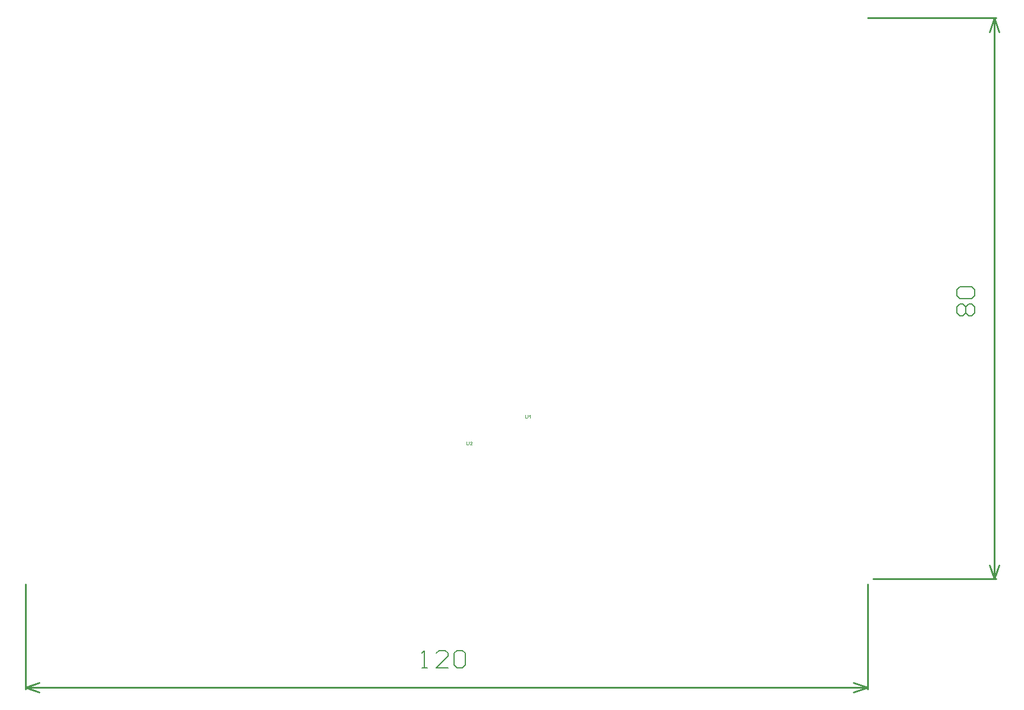
<source format=gm1>
G04*
G04 #@! TF.GenerationSoftware,Altium Limited,Altium Designer,22.7.1 (60)*
G04*
G04 Layer_Color=48896*
%FSLAX44Y44*%
%MOMM*%
G71*
G04*
G04 #@! TF.SameCoordinates,C135ED8F-C31E-46FA-BF74-57CE0E3476C4*
G04*
G04*
G04 #@! TF.FilePolarity,Positive*
G04*
G01*
G75*
%ADD85C,0.2540*%
%ADD96C,0.1524*%
G36*
X716550Y231017D02*
Y231010D01*
Y230980D01*
Y230928D01*
Y230869D01*
Y230795D01*
X716543Y230707D01*
Y230611D01*
Y230514D01*
X716528Y230300D01*
X716513Y230078D01*
X716506Y229982D01*
X716491Y229886D01*
X716476Y229797D01*
X716461Y229716D01*
Y229709D01*
X716454Y229701D01*
Y229679D01*
X716447Y229657D01*
X716424Y229583D01*
X716395Y229494D01*
X716350Y229391D01*
X716299Y229287D01*
X716232Y229177D01*
X716151Y229073D01*
X716143Y229058D01*
X716114Y229029D01*
X716062Y228984D01*
X715996Y228925D01*
X715907Y228859D01*
X715804Y228792D01*
X715685Y228718D01*
X715552Y228659D01*
X715545D01*
X715537Y228652D01*
X715515Y228644D01*
X715486Y228637D01*
X715449Y228622D01*
X715404Y228607D01*
X715345Y228593D01*
X715286Y228585D01*
X715146Y228556D01*
X714976Y228526D01*
X714783Y228511D01*
X714569Y228504D01*
X714451D01*
X714384Y228511D01*
X714318D01*
X714237Y228519D01*
X714155Y228526D01*
X713978Y228541D01*
X713793Y228570D01*
X713608Y228615D01*
X713527Y228637D01*
X713453Y228666D01*
X713446D01*
X713438Y228674D01*
X713394Y228696D01*
X713320Y228733D01*
X713239Y228785D01*
X713143Y228851D01*
X713039Y228925D01*
X712943Y229014D01*
X712854Y229110D01*
X712847Y229125D01*
X712817Y229154D01*
X712780Y229214D01*
X712736Y229287D01*
X712692Y229369D01*
X712640Y229465D01*
X712603Y229568D01*
X712566Y229679D01*
Y229687D01*
X712559Y229701D01*
Y229723D01*
X712551Y229760D01*
X712544Y229805D01*
X712536Y229864D01*
X712529Y229930D01*
X712522Y230004D01*
X712507Y230093D01*
X712500Y230189D01*
X712492Y230293D01*
X712485Y230411D01*
X712477Y230536D01*
Y230677D01*
X712470Y230825D01*
Y230980D01*
Y233715D01*
X713505D01*
Y230936D01*
Y230928D01*
Y230906D01*
Y230877D01*
Y230832D01*
Y230773D01*
Y230714D01*
X713512Y230581D01*
Y230433D01*
X713520Y230293D01*
X713527Y230226D01*
Y230167D01*
X713534Y230123D01*
X713542Y230078D01*
Y230063D01*
X713557Y230026D01*
X713579Y229967D01*
X713608Y229893D01*
X713645Y229812D01*
X713704Y229731D01*
X713771Y229642D01*
X713852Y229568D01*
X713867Y229561D01*
X713896Y229539D01*
X713956Y229509D01*
X714030Y229480D01*
X714133Y229443D01*
X714251Y229413D01*
X714384Y229391D01*
X714540Y229384D01*
X714613D01*
X714687Y229391D01*
X714783Y229406D01*
X714894Y229428D01*
X714998Y229457D01*
X715109Y229502D01*
X715197Y229561D01*
X715205Y229568D01*
X715234Y229590D01*
X715271Y229627D01*
X715316Y229679D01*
X715360Y229746D01*
X715404Y229820D01*
X715441Y229901D01*
X715463Y229997D01*
Y230012D01*
X715471Y230049D01*
X715478Y230115D01*
X715493Y230204D01*
Y230263D01*
X715500Y230330D01*
Y230403D01*
X715508Y230477D01*
Y230566D01*
X715515Y230662D01*
Y230766D01*
Y230877D01*
Y233715D01*
X716550D01*
Y231017D01*
D02*
G37*
G36*
X719928Y228600D02*
X718945D01*
Y232303D01*
X718938Y232296D01*
X718923Y232281D01*
X718893Y232259D01*
X718849Y232222D01*
X718797Y232177D01*
X718738Y232133D01*
X718664Y232081D01*
X718583Y232022D01*
X718494Y231963D01*
X718398Y231904D01*
X718294Y231837D01*
X718184Y231778D01*
X717947Y231667D01*
X717681Y231564D01*
Y232451D01*
X717688D01*
X717696Y232458D01*
X717718Y232466D01*
X717747Y232473D01*
X717821Y232510D01*
X717925Y232554D01*
X718051Y232614D01*
X718191Y232695D01*
X718346Y232798D01*
X718509Y232917D01*
X718516Y232924D01*
X718531Y232931D01*
X718553Y232953D01*
X718583Y232983D01*
X718664Y233057D01*
X718753Y233153D01*
X718856Y233271D01*
X718960Y233419D01*
X719056Y233574D01*
X719130Y233744D01*
X719928D01*
Y228600D01*
D02*
G37*
G36*
X632730Y192917D02*
Y192910D01*
Y192880D01*
Y192828D01*
Y192769D01*
Y192695D01*
X632723Y192607D01*
Y192511D01*
Y192414D01*
X632708Y192200D01*
X632693Y191978D01*
X632686Y191882D01*
X632671Y191786D01*
X632656Y191697D01*
X632641Y191616D01*
Y191609D01*
X632634Y191601D01*
Y191579D01*
X632627Y191557D01*
X632604Y191483D01*
X632575Y191394D01*
X632531Y191291D01*
X632479Y191187D01*
X632412Y191077D01*
X632331Y190973D01*
X632323Y190958D01*
X632294Y190929D01*
X632242Y190884D01*
X632176Y190825D01*
X632087Y190759D01*
X631983Y190692D01*
X631865Y190618D01*
X631732Y190559D01*
X631725D01*
X631717Y190552D01*
X631695Y190544D01*
X631666Y190537D01*
X631629Y190522D01*
X631584Y190507D01*
X631525Y190493D01*
X631466Y190485D01*
X631326Y190456D01*
X631156Y190426D01*
X630964Y190411D01*
X630749Y190404D01*
X630631D01*
X630564Y190411D01*
X630498D01*
X630416Y190419D01*
X630335Y190426D01*
X630158Y190441D01*
X629973Y190470D01*
X629788Y190515D01*
X629707Y190537D01*
X629633Y190567D01*
X629626D01*
X629618Y190574D01*
X629574Y190596D01*
X629500Y190633D01*
X629419Y190685D01*
X629323Y190751D01*
X629219Y190825D01*
X629123Y190914D01*
X629034Y191010D01*
X629027Y191025D01*
X628997Y191054D01*
X628960Y191113D01*
X628916Y191187D01*
X628872Y191269D01*
X628820Y191365D01*
X628783Y191468D01*
X628746Y191579D01*
Y191586D01*
X628739Y191601D01*
Y191623D01*
X628731Y191660D01*
X628724Y191705D01*
X628717Y191764D01*
X628709Y191831D01*
X628702Y191904D01*
X628687Y191993D01*
X628680Y192089D01*
X628672Y192193D01*
X628665Y192311D01*
X628657Y192437D01*
Y192577D01*
X628650Y192725D01*
Y192880D01*
Y195615D01*
X629685D01*
Y192836D01*
Y192828D01*
Y192806D01*
Y192777D01*
Y192732D01*
Y192673D01*
Y192614D01*
X629692Y192481D01*
Y192333D01*
X629700Y192193D01*
X629707Y192126D01*
Y192067D01*
X629714Y192023D01*
X629722Y191978D01*
Y191964D01*
X629737Y191926D01*
X629759Y191867D01*
X629788Y191793D01*
X629825Y191712D01*
X629884Y191631D01*
X629951Y191542D01*
X630032Y191468D01*
X630047Y191461D01*
X630076Y191439D01*
X630136Y191409D01*
X630210Y191380D01*
X630313Y191343D01*
X630431Y191313D01*
X630564Y191291D01*
X630720Y191283D01*
X630793D01*
X630867Y191291D01*
X630964Y191306D01*
X631074Y191328D01*
X631178Y191357D01*
X631289Y191402D01*
X631377Y191461D01*
X631385Y191468D01*
X631414Y191490D01*
X631451Y191527D01*
X631496Y191579D01*
X631540Y191646D01*
X631584Y191720D01*
X631621Y191801D01*
X631643Y191897D01*
Y191912D01*
X631651Y191949D01*
X631658Y192015D01*
X631673Y192104D01*
Y192163D01*
X631680Y192230D01*
Y192304D01*
X631688Y192377D01*
Y192466D01*
X631695Y192562D01*
Y192666D01*
Y192777D01*
Y195615D01*
X632730D01*
Y192917D01*
D02*
G37*
G36*
X635413Y195637D02*
X635480Y195630D01*
X635554Y195622D01*
X635635Y195607D01*
X635724Y195593D01*
X635916Y195541D01*
X636108Y195467D01*
X636211Y195423D01*
X636300Y195371D01*
X636396Y195304D01*
X636478Y195231D01*
X636485Y195223D01*
X636500Y195216D01*
X636514Y195186D01*
X636544Y195157D01*
X636581Y195120D01*
X636618Y195068D01*
X636655Y195016D01*
X636699Y194950D01*
X636773Y194802D01*
X636847Y194632D01*
X636877Y194536D01*
X636891Y194432D01*
X636906Y194321D01*
X636914Y194210D01*
Y194196D01*
Y194151D01*
X636906Y194085D01*
X636899Y194004D01*
X636884Y193900D01*
X636862Y193789D01*
X636832Y193671D01*
X636788Y193553D01*
X636781Y193538D01*
X636766Y193501D01*
X636736Y193434D01*
X636692Y193353D01*
X636640Y193257D01*
X636574Y193146D01*
X636492Y193028D01*
X636396Y192902D01*
X636389Y192895D01*
X636359Y192858D01*
X636315Y192806D01*
X636248Y192732D01*
X636160Y192644D01*
X636049Y192525D01*
X635916Y192400D01*
X635753Y192244D01*
X635746Y192237D01*
X635731Y192230D01*
X635709Y192207D01*
X635679Y192178D01*
X635598Y192104D01*
X635502Y192015D01*
X635406Y191919D01*
X635310Y191823D01*
X635221Y191742D01*
X635191Y191705D01*
X635162Y191675D01*
X635154Y191668D01*
X635140Y191653D01*
X635117Y191623D01*
X635088Y191586D01*
X635021Y191505D01*
X634962Y191409D01*
X636914D01*
Y190500D01*
X633477D01*
Y190507D01*
Y190522D01*
X633484Y190552D01*
X633491Y190589D01*
X633499Y190633D01*
X633506Y190685D01*
X633536Y190818D01*
X633580Y190966D01*
X633639Y191128D01*
X633713Y191306D01*
X633809Y191476D01*
Y191483D01*
X633824Y191498D01*
X633839Y191527D01*
X633868Y191557D01*
X633898Y191609D01*
X633942Y191660D01*
X633994Y191727D01*
X634053Y191801D01*
X634120Y191890D01*
X634201Y191978D01*
X634290Y192082D01*
X634393Y192193D01*
X634504Y192304D01*
X634630Y192429D01*
X634763Y192562D01*
X634911Y192703D01*
X634918Y192710D01*
X634940Y192732D01*
X634970Y192762D01*
X635014Y192806D01*
X635073Y192850D01*
X635132Y192910D01*
X635265Y193043D01*
X635398Y193183D01*
X635531Y193323D01*
X635591Y193383D01*
X635650Y193449D01*
X635694Y193501D01*
X635724Y193545D01*
X635731Y193560D01*
X635753Y193597D01*
X635790Y193656D01*
X635827Y193737D01*
X635864Y193826D01*
X635901Y193930D01*
X635923Y194033D01*
X635930Y194144D01*
Y194151D01*
Y194159D01*
Y194196D01*
X635923Y194262D01*
X635908Y194336D01*
X635886Y194417D01*
X635857Y194499D01*
X635812Y194580D01*
X635753Y194654D01*
X635746Y194661D01*
X635724Y194683D01*
X635679Y194713D01*
X635628Y194743D01*
X635554Y194772D01*
X635472Y194802D01*
X635376Y194824D01*
X635265Y194831D01*
X635214D01*
X635154Y194824D01*
X635088Y194809D01*
X635007Y194787D01*
X634925Y194750D01*
X634844Y194706D01*
X634770Y194647D01*
X634763Y194639D01*
X634740Y194610D01*
X634711Y194565D01*
X634681Y194499D01*
X634644Y194417D01*
X634615Y194307D01*
X634585Y194181D01*
X634571Y194033D01*
X633595Y194129D01*
Y194137D01*
X633602Y194166D01*
Y194203D01*
X633617Y194262D01*
X633624Y194329D01*
X633647Y194403D01*
X633669Y194484D01*
X633691Y194580D01*
X633765Y194765D01*
X633853Y194957D01*
X633913Y195053D01*
X633979Y195142D01*
X634053Y195216D01*
X634134Y195290D01*
X634142Y195297D01*
X634157Y195304D01*
X634179Y195319D01*
X634216Y195349D01*
X634260Y195371D01*
X634319Y195401D01*
X634378Y195438D01*
X634452Y195467D01*
X634534Y195504D01*
X634622Y195534D01*
X634814Y195593D01*
X635044Y195630D01*
X635162Y195637D01*
X635288Y195644D01*
X635361D01*
X635413Y195637D01*
D02*
G37*
D85*
X1373823Y20000D02*
X1380490Y0D01*
X1387157Y20000D01*
X1380490Y800000D02*
X1387157Y780000D01*
X1373823D02*
X1380490Y800000D01*
Y0D02*
Y400000D01*
Y800000D01*
X1207540Y0D02*
X1383030D01*
X1200000Y800000D02*
X1383030D01*
X0Y-154940D02*
X20000Y-148273D01*
X0Y-154940D02*
X20000Y-161607D01*
X1180000D02*
X1200000Y-154940D01*
X1180000Y-148273D02*
X1200000Y-154940D01*
X0D02*
X600000D01*
X1200000D01*
X0Y-157480D02*
Y-7540D01*
X1200000Y-157480D02*
Y-7540D01*
D96*
X1331624Y375109D02*
X1327458Y379275D01*
Y387605D01*
X1331624Y391771D01*
X1335789D01*
X1339954Y387605D01*
X1344119Y391771D01*
X1348285D01*
X1352450Y387605D01*
Y379275D01*
X1348285Y375109D01*
X1344119D01*
X1339954Y379275D01*
X1335789Y375109D01*
X1331624D01*
X1339954Y379275D02*
Y387605D01*
X1331624Y400101D02*
X1327458Y404267D01*
Y412597D01*
X1331624Y416763D01*
X1348285D01*
X1352450Y412597D01*
Y404267D01*
X1348285Y400101D01*
X1331624D01*
X564696Y-126900D02*
X573027D01*
X568861D01*
Y-101908D01*
X564696Y-106074D01*
X602184Y-126900D02*
X585523D01*
X602184Y-110239D01*
Y-106074D01*
X598019Y-101908D01*
X589688D01*
X585523Y-106074D01*
X610515D02*
X614680Y-101908D01*
X623011D01*
X627176Y-106074D01*
Y-122735D01*
X623011Y-126900D01*
X614680D01*
X610515Y-122735D01*
Y-106074D01*
M02*

</source>
